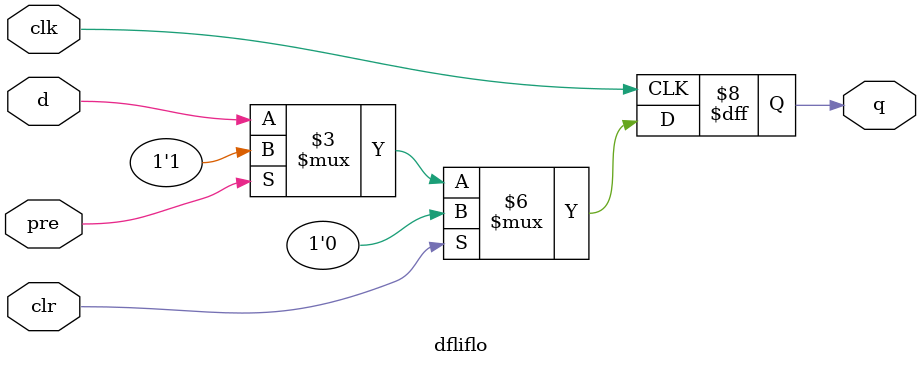
<source format=v>
`timescale 1ns / 1ps


module LinFedShiRegAcc(
	output lfsrdone,
	output reg [63:0] ldw,
   input lfsrclk,
   input [63:0] preset,
   input [63:0] clear
   );
   
//reg [31:0] fdep;
reg [31:0] fdep=32'd0;
reg [5:0] k=6'd0;
//reg [31:0] k=32'd0;
wire obit;
//wire temp;
wire [64:0] tem;
wire [64:0] teml;
wire temp1, temp2, tk;
reg tlfsrdone=1'b0;
reg [63:0] temp3=64'hFFFF_FFFF_FFFF_FFFF;
reg clkr=0;
//reg [63:0] preset=0;
//reg [63:0] clear=0;
//always #5 clkr=~clkr;
reg [63:0] templdw=64'd0;

genvar i; 
generate

for (i=0; i<64; i=i+1) begin : dffs  
dfliflo dffarra (.q(tem[i+1]),.d(tem[i]),.clk(lfsrclk),.pre(preset[i]),.clr(clear[i]));
end
endgenerate

assign temp1 = tem[64] ^ tem[63]; //Tapping points for the chosen equation of primitive polynomial
assign temp2 = temp1 ^ tem[61];
assign tem[0] = temp2 ^ tem[60];   
assign obit= tem[64];

/*
initial begin
//fdep = $fopen("/home/sreekanth/SequenceT.txt", "wb+");
j<=6'b111110;
fdep = $fopen("/home/sreekanth/DCOSequence.txt", "wb+");

clear=64'hFFFF_FFFF_FFFF_FFFF;
#7 clear=0;
//preset=8'h77;    //0x77
preset=64'hCDB5_A559_AB83_F00A;    //random
#12 preset=0;
//
//#100000 $fclose(fdep);
end

always @(posedge clkr) begin
j<=j+1;
if(j==6'b111111)
$fwrite(fdep,"%b\n",obit);
else
$fwrite(fdep,"%b",obit);

end
*/

//assign lfsrdone=1'b1;
//assign tk = (k[6]);
//assign tk = (&k[5:0]);
assign lfsrdone=tlfsrdone;
//assign lfsrdone=(k[6]&(&k[5:0])) ? 1 : 0;
//assign ldw=(tj==1'b1) ? temp3 : ;
//assign ldw = temp3;
/*
always @(negedge lfsrclk) begin
k<=k+1;
//if(k[6]&(~|k[5:1]))
if(k[5])
tlfsrdone=1;
else
tlfsrdone=0;
end
*/
/*
always @(negedge lfsrclk) begin
fdep=~fdep;
k<=k+1;
end
*/
/*
genvar j; 
generate

for (j=0; j<64; j=j+1) begin : ldws  
dfliflo sipoarra (.q(teml[j+1]),.d(teml[j]),.clk(lfsrclk),.pre(preset[j]),.clr(clear[j]));
end
endgenerate

assign teml[0]=obit;
*/
//assign teml[0]=fdep;
//assign ldw= (tlfsrdone==1) ? teml[64:1] : 64'd0;
//assign ldw={~fdep,~fdep};

always @(posedge lfsrclk) begin
templdw[k]<=obit;
k<=k+1;
if(&k==1) begin
//ldw<=teml[64:1];
ldw<=templdw;
//ldw=64'hCDB5_A559_AB83_F00A;
tlfsrdone<=1;
end
else begin
//ldw=64'd0;
tlfsrdone<=0;
end
end

/*
always @(posedge lfsrclk) begin
ldw[k[5:0]]=obit;
//k=k+1;
if(k[6]&(&k[5:0])) begin
//	ldw=temp3;
// ldw=temp3;
//ldw=64'hCDB5_A559_AB83_F00A;
	k=32'd0;
	//j=6'd0;
	tlfsrdone=1;
	//$fwrite(fdep,"%h\n",ldw);
	//insert here for temp3
end
else begin
	//ldw=64'd0;
	k=k+1;
	//j=j+1;
	tlfsrdone=0;
end
end
*/

//if(tj==1'b1) begin
/*
if(tj) begin
//	ldw=temp3;
 ldw=temp3;
//ldw=64'hCDB5_A559_AB83_F00A;
	//k=6'd0;
	j=6'd0;
	lfsrdone=1;
	//$fwrite(fdep,"%h\n",ldw);
	//insert here for temp3
end
else begin
	//ldw=64'd0;
	//k=k+1;
	//j=k+1;
	j=j+1;
	lfsrdone=0;
end
*/
//end

endmodule

module dfliflo (
output reg q,
input d,
input clk,
input pre,clr);

//always @(negedge clk) begin
always @(posedge clk) begin 
if (clr)
q<=1'b0;
else if(pre)
q<=1'b1;
else
q<=d; 
end

endmodule 



</source>
